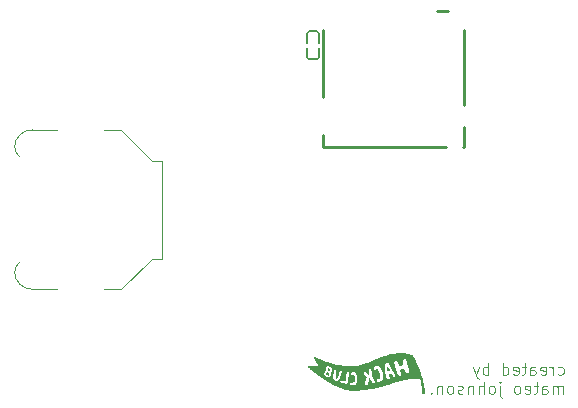
<source format=gbr>
%TF.GenerationSoftware,KiCad,Pcbnew,9.0.2*%
%TF.CreationDate,2025-11-28T15:39:44-05:00*%
%TF.ProjectId,hackathonproject,6861636b-6174-4686-9f6e-70726f6a6563,rev?*%
%TF.SameCoordinates,Original*%
%TF.FileFunction,Legend,Bot*%
%TF.FilePolarity,Positive*%
%FSLAX46Y46*%
G04 Gerber Fmt 4.6, Leading zero omitted, Abs format (unit mm)*
G04 Created by KiCad (PCBNEW 9.0.2) date 2025-11-28 15:39:44*
%MOMM*%
%LPD*%
G01*
G04 APERTURE LIST*
%ADD10C,0.100000*%
%ADD11C,0.254000*%
%ADD12C,0.120000*%
%ADD13C,0.000000*%
%ADD14C,0.152400*%
G04 APERTURE END LIST*
D10*
X186492544Y-92539856D02*
X186587782Y-92587475D01*
X186587782Y-92587475D02*
X186778258Y-92587475D01*
X186778258Y-92587475D02*
X186873496Y-92539856D01*
X186873496Y-92539856D02*
X186921115Y-92492236D01*
X186921115Y-92492236D02*
X186968734Y-92396998D01*
X186968734Y-92396998D02*
X186968734Y-92111284D01*
X186968734Y-92111284D02*
X186921115Y-92016046D01*
X186921115Y-92016046D02*
X186873496Y-91968427D01*
X186873496Y-91968427D02*
X186778258Y-91920808D01*
X186778258Y-91920808D02*
X186587782Y-91920808D01*
X186587782Y-91920808D02*
X186492544Y-91968427D01*
X186063972Y-92587475D02*
X186063972Y-91920808D01*
X186063972Y-92111284D02*
X186016353Y-92016046D01*
X186016353Y-92016046D02*
X185968734Y-91968427D01*
X185968734Y-91968427D02*
X185873496Y-91920808D01*
X185873496Y-91920808D02*
X185778258Y-91920808D01*
X185063972Y-92539856D02*
X185159210Y-92587475D01*
X185159210Y-92587475D02*
X185349686Y-92587475D01*
X185349686Y-92587475D02*
X185444924Y-92539856D01*
X185444924Y-92539856D02*
X185492543Y-92444617D01*
X185492543Y-92444617D02*
X185492543Y-92063665D01*
X185492543Y-92063665D02*
X185444924Y-91968427D01*
X185444924Y-91968427D02*
X185349686Y-91920808D01*
X185349686Y-91920808D02*
X185159210Y-91920808D01*
X185159210Y-91920808D02*
X185063972Y-91968427D01*
X185063972Y-91968427D02*
X185016353Y-92063665D01*
X185016353Y-92063665D02*
X185016353Y-92158903D01*
X185016353Y-92158903D02*
X185492543Y-92254141D01*
X184159210Y-92587475D02*
X184159210Y-92063665D01*
X184159210Y-92063665D02*
X184206829Y-91968427D01*
X184206829Y-91968427D02*
X184302067Y-91920808D01*
X184302067Y-91920808D02*
X184492543Y-91920808D01*
X184492543Y-91920808D02*
X184587781Y-91968427D01*
X184159210Y-92539856D02*
X184254448Y-92587475D01*
X184254448Y-92587475D02*
X184492543Y-92587475D01*
X184492543Y-92587475D02*
X184587781Y-92539856D01*
X184587781Y-92539856D02*
X184635400Y-92444617D01*
X184635400Y-92444617D02*
X184635400Y-92349379D01*
X184635400Y-92349379D02*
X184587781Y-92254141D01*
X184587781Y-92254141D02*
X184492543Y-92206522D01*
X184492543Y-92206522D02*
X184254448Y-92206522D01*
X184254448Y-92206522D02*
X184159210Y-92158903D01*
X183825876Y-91920808D02*
X183444924Y-91920808D01*
X183683019Y-91587475D02*
X183683019Y-92444617D01*
X183683019Y-92444617D02*
X183635400Y-92539856D01*
X183635400Y-92539856D02*
X183540162Y-92587475D01*
X183540162Y-92587475D02*
X183444924Y-92587475D01*
X182730638Y-92539856D02*
X182825876Y-92587475D01*
X182825876Y-92587475D02*
X183016352Y-92587475D01*
X183016352Y-92587475D02*
X183111590Y-92539856D01*
X183111590Y-92539856D02*
X183159209Y-92444617D01*
X183159209Y-92444617D02*
X183159209Y-92063665D01*
X183159209Y-92063665D02*
X183111590Y-91968427D01*
X183111590Y-91968427D02*
X183016352Y-91920808D01*
X183016352Y-91920808D02*
X182825876Y-91920808D01*
X182825876Y-91920808D02*
X182730638Y-91968427D01*
X182730638Y-91968427D02*
X182683019Y-92063665D01*
X182683019Y-92063665D02*
X182683019Y-92158903D01*
X182683019Y-92158903D02*
X183159209Y-92254141D01*
X181825876Y-92587475D02*
X181825876Y-91587475D01*
X181825876Y-92539856D02*
X181921114Y-92587475D01*
X181921114Y-92587475D02*
X182111590Y-92587475D01*
X182111590Y-92587475D02*
X182206828Y-92539856D01*
X182206828Y-92539856D02*
X182254447Y-92492236D01*
X182254447Y-92492236D02*
X182302066Y-92396998D01*
X182302066Y-92396998D02*
X182302066Y-92111284D01*
X182302066Y-92111284D02*
X182254447Y-92016046D01*
X182254447Y-92016046D02*
X182206828Y-91968427D01*
X182206828Y-91968427D02*
X182111590Y-91920808D01*
X182111590Y-91920808D02*
X181921114Y-91920808D01*
X181921114Y-91920808D02*
X181825876Y-91968427D01*
X180587780Y-92587475D02*
X180587780Y-91587475D01*
X180587780Y-91968427D02*
X180492542Y-91920808D01*
X180492542Y-91920808D02*
X180302066Y-91920808D01*
X180302066Y-91920808D02*
X180206828Y-91968427D01*
X180206828Y-91968427D02*
X180159209Y-92016046D01*
X180159209Y-92016046D02*
X180111590Y-92111284D01*
X180111590Y-92111284D02*
X180111590Y-92396998D01*
X180111590Y-92396998D02*
X180159209Y-92492236D01*
X180159209Y-92492236D02*
X180206828Y-92539856D01*
X180206828Y-92539856D02*
X180302066Y-92587475D01*
X180302066Y-92587475D02*
X180492542Y-92587475D01*
X180492542Y-92587475D02*
X180587780Y-92539856D01*
X179778256Y-91920808D02*
X179540161Y-92587475D01*
X179302066Y-91920808D02*
X179540161Y-92587475D01*
X179540161Y-92587475D02*
X179635399Y-92825570D01*
X179635399Y-92825570D02*
X179683018Y-92873189D01*
X179683018Y-92873189D02*
X179778256Y-92920808D01*
X186921115Y-94197419D02*
X186921115Y-93530752D01*
X186921115Y-93625990D02*
X186873496Y-93578371D01*
X186873496Y-93578371D02*
X186778258Y-93530752D01*
X186778258Y-93530752D02*
X186635401Y-93530752D01*
X186635401Y-93530752D02*
X186540163Y-93578371D01*
X186540163Y-93578371D02*
X186492544Y-93673609D01*
X186492544Y-93673609D02*
X186492544Y-94197419D01*
X186492544Y-93673609D02*
X186444925Y-93578371D01*
X186444925Y-93578371D02*
X186349687Y-93530752D01*
X186349687Y-93530752D02*
X186206830Y-93530752D01*
X186206830Y-93530752D02*
X186111591Y-93578371D01*
X186111591Y-93578371D02*
X186063972Y-93673609D01*
X186063972Y-93673609D02*
X186063972Y-94197419D01*
X185159211Y-94197419D02*
X185159211Y-93673609D01*
X185159211Y-93673609D02*
X185206830Y-93578371D01*
X185206830Y-93578371D02*
X185302068Y-93530752D01*
X185302068Y-93530752D02*
X185492544Y-93530752D01*
X185492544Y-93530752D02*
X185587782Y-93578371D01*
X185159211Y-94149800D02*
X185254449Y-94197419D01*
X185254449Y-94197419D02*
X185492544Y-94197419D01*
X185492544Y-94197419D02*
X185587782Y-94149800D01*
X185587782Y-94149800D02*
X185635401Y-94054561D01*
X185635401Y-94054561D02*
X185635401Y-93959323D01*
X185635401Y-93959323D02*
X185587782Y-93864085D01*
X185587782Y-93864085D02*
X185492544Y-93816466D01*
X185492544Y-93816466D02*
X185254449Y-93816466D01*
X185254449Y-93816466D02*
X185159211Y-93768847D01*
X184825877Y-93530752D02*
X184444925Y-93530752D01*
X184683020Y-93197419D02*
X184683020Y-94054561D01*
X184683020Y-94054561D02*
X184635401Y-94149800D01*
X184635401Y-94149800D02*
X184540163Y-94197419D01*
X184540163Y-94197419D02*
X184444925Y-94197419D01*
X183730639Y-94149800D02*
X183825877Y-94197419D01*
X183825877Y-94197419D02*
X184016353Y-94197419D01*
X184016353Y-94197419D02*
X184111591Y-94149800D01*
X184111591Y-94149800D02*
X184159210Y-94054561D01*
X184159210Y-94054561D02*
X184159210Y-93673609D01*
X184159210Y-93673609D02*
X184111591Y-93578371D01*
X184111591Y-93578371D02*
X184016353Y-93530752D01*
X184016353Y-93530752D02*
X183825877Y-93530752D01*
X183825877Y-93530752D02*
X183730639Y-93578371D01*
X183730639Y-93578371D02*
X183683020Y-93673609D01*
X183683020Y-93673609D02*
X183683020Y-93768847D01*
X183683020Y-93768847D02*
X184159210Y-93864085D01*
X183111591Y-94197419D02*
X183206829Y-94149800D01*
X183206829Y-94149800D02*
X183254448Y-94102180D01*
X183254448Y-94102180D02*
X183302067Y-94006942D01*
X183302067Y-94006942D02*
X183302067Y-93721228D01*
X183302067Y-93721228D02*
X183254448Y-93625990D01*
X183254448Y-93625990D02*
X183206829Y-93578371D01*
X183206829Y-93578371D02*
X183111591Y-93530752D01*
X183111591Y-93530752D02*
X182968734Y-93530752D01*
X182968734Y-93530752D02*
X182873496Y-93578371D01*
X182873496Y-93578371D02*
X182825877Y-93625990D01*
X182825877Y-93625990D02*
X182778258Y-93721228D01*
X182778258Y-93721228D02*
X182778258Y-94006942D01*
X182778258Y-94006942D02*
X182825877Y-94102180D01*
X182825877Y-94102180D02*
X182873496Y-94149800D01*
X182873496Y-94149800D02*
X182968734Y-94197419D01*
X182968734Y-94197419D02*
X183111591Y-94197419D01*
X181587781Y-93530752D02*
X181587781Y-94387895D01*
X181587781Y-94387895D02*
X181635400Y-94483133D01*
X181635400Y-94483133D02*
X181730638Y-94530752D01*
X181730638Y-94530752D02*
X181778257Y-94530752D01*
X181587781Y-93197419D02*
X181635400Y-93245038D01*
X181635400Y-93245038D02*
X181587781Y-93292657D01*
X181587781Y-93292657D02*
X181540162Y-93245038D01*
X181540162Y-93245038D02*
X181587781Y-93197419D01*
X181587781Y-93197419D02*
X181587781Y-93292657D01*
X180968734Y-94197419D02*
X181063972Y-94149800D01*
X181063972Y-94149800D02*
X181111591Y-94102180D01*
X181111591Y-94102180D02*
X181159210Y-94006942D01*
X181159210Y-94006942D02*
X181159210Y-93721228D01*
X181159210Y-93721228D02*
X181111591Y-93625990D01*
X181111591Y-93625990D02*
X181063972Y-93578371D01*
X181063972Y-93578371D02*
X180968734Y-93530752D01*
X180968734Y-93530752D02*
X180825877Y-93530752D01*
X180825877Y-93530752D02*
X180730639Y-93578371D01*
X180730639Y-93578371D02*
X180683020Y-93625990D01*
X180683020Y-93625990D02*
X180635401Y-93721228D01*
X180635401Y-93721228D02*
X180635401Y-94006942D01*
X180635401Y-94006942D02*
X180683020Y-94102180D01*
X180683020Y-94102180D02*
X180730639Y-94149800D01*
X180730639Y-94149800D02*
X180825877Y-94197419D01*
X180825877Y-94197419D02*
X180968734Y-94197419D01*
X180206829Y-94197419D02*
X180206829Y-93197419D01*
X179778258Y-94197419D02*
X179778258Y-93673609D01*
X179778258Y-93673609D02*
X179825877Y-93578371D01*
X179825877Y-93578371D02*
X179921115Y-93530752D01*
X179921115Y-93530752D02*
X180063972Y-93530752D01*
X180063972Y-93530752D02*
X180159210Y-93578371D01*
X180159210Y-93578371D02*
X180206829Y-93625990D01*
X179302067Y-93530752D02*
X179302067Y-94197419D01*
X179302067Y-93625990D02*
X179254448Y-93578371D01*
X179254448Y-93578371D02*
X179159210Y-93530752D01*
X179159210Y-93530752D02*
X179016353Y-93530752D01*
X179016353Y-93530752D02*
X178921115Y-93578371D01*
X178921115Y-93578371D02*
X178873496Y-93673609D01*
X178873496Y-93673609D02*
X178873496Y-94197419D01*
X178444924Y-94149800D02*
X178349686Y-94197419D01*
X178349686Y-94197419D02*
X178159210Y-94197419D01*
X178159210Y-94197419D02*
X178063972Y-94149800D01*
X178063972Y-94149800D02*
X178016353Y-94054561D01*
X178016353Y-94054561D02*
X178016353Y-94006942D01*
X178016353Y-94006942D02*
X178063972Y-93911704D01*
X178063972Y-93911704D02*
X178159210Y-93864085D01*
X178159210Y-93864085D02*
X178302067Y-93864085D01*
X178302067Y-93864085D02*
X178397305Y-93816466D01*
X178397305Y-93816466D02*
X178444924Y-93721228D01*
X178444924Y-93721228D02*
X178444924Y-93673609D01*
X178444924Y-93673609D02*
X178397305Y-93578371D01*
X178397305Y-93578371D02*
X178302067Y-93530752D01*
X178302067Y-93530752D02*
X178159210Y-93530752D01*
X178159210Y-93530752D02*
X178063972Y-93578371D01*
X177444924Y-94197419D02*
X177540162Y-94149800D01*
X177540162Y-94149800D02*
X177587781Y-94102180D01*
X177587781Y-94102180D02*
X177635400Y-94006942D01*
X177635400Y-94006942D02*
X177635400Y-93721228D01*
X177635400Y-93721228D02*
X177587781Y-93625990D01*
X177587781Y-93625990D02*
X177540162Y-93578371D01*
X177540162Y-93578371D02*
X177444924Y-93530752D01*
X177444924Y-93530752D02*
X177302067Y-93530752D01*
X177302067Y-93530752D02*
X177206829Y-93578371D01*
X177206829Y-93578371D02*
X177159210Y-93625990D01*
X177159210Y-93625990D02*
X177111591Y-93721228D01*
X177111591Y-93721228D02*
X177111591Y-94006942D01*
X177111591Y-94006942D02*
X177159210Y-94102180D01*
X177159210Y-94102180D02*
X177206829Y-94149800D01*
X177206829Y-94149800D02*
X177302067Y-94197419D01*
X177302067Y-94197419D02*
X177444924Y-94197419D01*
X176683019Y-93530752D02*
X176683019Y-94197419D01*
X176683019Y-93625990D02*
X176635400Y-93578371D01*
X176635400Y-93578371D02*
X176540162Y-93530752D01*
X176540162Y-93530752D02*
X176397305Y-93530752D01*
X176397305Y-93530752D02*
X176302067Y-93578371D01*
X176302067Y-93578371D02*
X176254448Y-93673609D01*
X176254448Y-93673609D02*
X176254448Y-94197419D01*
X175778257Y-94102180D02*
X175730638Y-94149800D01*
X175730638Y-94149800D02*
X175778257Y-94197419D01*
X175778257Y-94197419D02*
X175825876Y-94149800D01*
X175825876Y-94149800D02*
X175778257Y-94102180D01*
X175778257Y-94102180D02*
X175778257Y-94197419D01*
D11*
%TO.C,Card1*%
X166575000Y-69043900D02*
X166575000Y-63406300D01*
X166575000Y-73300200D02*
X166575000Y-72256200D01*
X177018900Y-73300200D02*
X166575000Y-73300200D01*
X177218800Y-61800200D02*
X176281100Y-61800200D01*
X178575000Y-69743900D02*
X178575000Y-63406300D01*
X178575000Y-73300200D02*
X178481100Y-73300200D01*
X178575000Y-73300200D02*
X178575000Y-71606200D01*
D12*
%TO.C,BT1*%
X144080000Y-71850000D02*
X141980000Y-71850000D01*
X144080000Y-85350000D02*
X141980000Y-85350000D01*
X148080000Y-85350000D02*
X149530000Y-85350000D01*
X149530000Y-71850000D02*
X148080000Y-71850000D01*
X149530000Y-85350000D02*
X152130000Y-82750000D01*
X152130000Y-74450000D02*
X149530000Y-71850000D01*
X152130000Y-82750000D02*
X152930000Y-82750000D01*
X152930000Y-74450000D02*
X152130000Y-74450000D01*
X152930000Y-82750000D02*
X152930000Y-74450000D01*
X140480000Y-73300000D02*
G75*
G02*
X142030000Y-71850000I1500000J-50000D01*
G01*
X140495840Y-84014615D02*
G75*
G02*
X140880000Y-83100000I984161J124615D01*
G01*
X140880000Y-74100000D02*
G75*
G02*
X140495840Y-73185385I600000J790000D01*
G01*
X142030000Y-85350000D02*
G75*
G02*
X140480000Y-83900000I-50001J1499999D01*
G01*
D13*
%TO.C,G\u002A\u002A\u002A*%
G36*
X166974836Y-92386729D02*
G01*
X167022106Y-92396714D01*
X167069737Y-92413887D01*
X167113326Y-92437299D01*
X167130818Y-92448735D01*
X167105366Y-92557701D01*
X167104657Y-92560730D01*
X167092686Y-92608855D01*
X167082857Y-92641763D01*
X167074766Y-92660638D01*
X167068005Y-92666666D01*
X167061676Y-92665235D01*
X167041894Y-92657941D01*
X167013435Y-92645866D01*
X166980131Y-92630581D01*
X166956272Y-92618723D01*
X166904989Y-92587891D01*
X166869302Y-92556764D01*
X166848449Y-92524572D01*
X166841667Y-92490542D01*
X166842155Y-92480128D01*
X166852000Y-92442628D01*
X166872354Y-92411490D01*
X166900373Y-92391512D01*
X166932330Y-92384876D01*
X166974836Y-92386729D01*
G37*
G36*
X167083865Y-92052202D02*
G01*
X167114561Y-92058148D01*
X167148420Y-92066800D01*
X167181544Y-92076954D01*
X167210031Y-92087407D01*
X167229983Y-92096956D01*
X167237500Y-92104396D01*
X167234926Y-92113454D01*
X167226985Y-92134969D01*
X167214961Y-92165309D01*
X167200163Y-92201084D01*
X167196253Y-92210373D01*
X167180823Y-92246319D01*
X167169093Y-92269128D01*
X167158521Y-92280531D01*
X167146566Y-92282257D01*
X167130684Y-92276040D01*
X167108334Y-92263608D01*
X167080375Y-92246464D01*
X167036050Y-92211737D01*
X167004967Y-92175809D01*
X166988182Y-92140050D01*
X166986751Y-92105832D01*
X166990383Y-92091467D01*
X167003903Y-92066986D01*
X167026717Y-92053929D01*
X167061709Y-92050154D01*
X167083865Y-92052202D01*
G37*
G36*
X172058646Y-91887731D02*
G01*
X172067293Y-91896477D01*
X172083324Y-91916251D01*
X172105162Y-91944836D01*
X172131232Y-91980014D01*
X172159959Y-92019565D01*
X172189767Y-92061273D01*
X172219080Y-92102918D01*
X172246322Y-92142283D01*
X172269919Y-92177149D01*
X172288294Y-92205298D01*
X172299872Y-92224511D01*
X172303077Y-92232571D01*
X172302913Y-92232701D01*
X172292788Y-92235646D01*
X172269770Y-92240774D01*
X172237091Y-92247399D01*
X172197985Y-92254836D01*
X172196692Y-92255075D01*
X172156106Y-92262197D01*
X172120450Y-92267809D01*
X172093534Y-92271351D01*
X172079167Y-92272265D01*
X172074607Y-92271482D01*
X172068624Y-92267898D01*
X172063729Y-92259682D01*
X172059539Y-92244834D01*
X172055673Y-92221357D01*
X172051746Y-92187253D01*
X172047377Y-92140522D01*
X172042182Y-92079166D01*
X172042156Y-92078854D01*
X172037926Y-92011527D01*
X172037442Y-91958143D01*
X172040655Y-91919287D01*
X172047517Y-91895544D01*
X172057980Y-91887500D01*
X172058646Y-91887731D01*
G37*
G36*
X174894429Y-92440888D02*
G01*
X174940297Y-92576508D01*
X174991704Y-92744651D01*
X175045735Y-92943560D01*
X175095006Y-93149180D01*
X175138844Y-93358035D01*
X175176576Y-93566647D01*
X175207527Y-93771538D01*
X175231023Y-93969231D01*
X175246391Y-94156250D01*
X175252144Y-94250000D01*
X175109406Y-94250000D01*
X174966667Y-94250000D01*
X174966638Y-94114583D01*
X174966370Y-94072547D01*
X174962553Y-93936864D01*
X174954539Y-93790991D01*
X174942744Y-93639273D01*
X174927582Y-93486054D01*
X174909468Y-93335677D01*
X174888815Y-93192488D01*
X174866040Y-93060830D01*
X174848430Y-92968354D01*
X174784632Y-92959143D01*
X174727403Y-92951510D01*
X174633166Y-92941754D01*
X174537300Y-92935492D01*
X174438983Y-92932868D01*
X174337396Y-92934025D01*
X174231718Y-92939108D01*
X174121129Y-92948259D01*
X174004810Y-92961624D01*
X173881940Y-92979346D01*
X173751698Y-93001568D01*
X173613265Y-93028435D01*
X173465821Y-93060090D01*
X173308545Y-93096677D01*
X173140618Y-93138341D01*
X172961219Y-93185225D01*
X172860833Y-93212586D01*
X172769527Y-93237472D01*
X172564724Y-93295227D01*
X172345988Y-93358634D01*
X172112500Y-93427836D01*
X171983070Y-93466419D01*
X171834102Y-93510379D01*
X171698060Y-93549925D01*
X171573322Y-93585479D01*
X171458266Y-93617458D01*
X171351269Y-93646282D01*
X171250709Y-93672371D01*
X171154963Y-93696142D01*
X171062410Y-93718016D01*
X170971426Y-93738412D01*
X170880389Y-93757749D01*
X170787677Y-93776446D01*
X170691667Y-93794922D01*
X170524438Y-93824625D01*
X170300482Y-93858564D01*
X170074031Y-93886022D01*
X169841742Y-93907342D01*
X169600273Y-93922868D01*
X169346282Y-93932942D01*
X169302842Y-93934100D01*
X169189261Y-93936156D01*
X169088789Y-93936278D01*
X168998866Y-93934353D01*
X168916929Y-93930266D01*
X168840417Y-93923903D01*
X168766766Y-93915151D01*
X168693416Y-93903896D01*
X168514180Y-93867582D01*
X168314429Y-93814072D01*
X168108082Y-93745783D01*
X167895424Y-93662856D01*
X167676742Y-93565436D01*
X167452322Y-93453665D01*
X167222450Y-93327687D01*
X166987412Y-93187644D01*
X166937198Y-93155420D01*
X168046842Y-93155420D01*
X168051088Y-93181293D01*
X168064420Y-93207564D01*
X168084537Y-93228315D01*
X168086847Y-93229861D01*
X168112584Y-93242593D01*
X168151500Y-93257072D01*
X168200709Y-93272535D01*
X168257319Y-93288221D01*
X168318443Y-93303366D01*
X168381191Y-93317208D01*
X168442673Y-93328986D01*
X168500000Y-93337936D01*
X168519276Y-93340539D01*
X168552931Y-93345009D01*
X168576373Y-93347493D01*
X168594000Y-93347967D01*
X168610208Y-93346407D01*
X168629393Y-93342790D01*
X168655952Y-93337091D01*
X168657094Y-93336828D01*
X168665489Y-93333054D01*
X168672649Y-93325096D01*
X168678979Y-93311183D01*
X168684767Y-93289975D01*
X168879205Y-93289975D01*
X168879999Y-93334453D01*
X168895870Y-93375740D01*
X168925479Y-93412529D01*
X168967485Y-93443513D01*
X169020550Y-93467383D01*
X169083334Y-93482833D01*
X169094477Y-93484597D01*
X169127280Y-93489015D01*
X169152445Y-93490175D01*
X169176815Y-93488068D01*
X169207236Y-93482686D01*
X169265143Y-93464655D01*
X169323542Y-93430456D01*
X169374953Y-93382096D01*
X169418870Y-93320302D01*
X169454786Y-93245802D01*
X169482197Y-93159321D01*
X169500594Y-93061585D01*
X169505122Y-93013715D01*
X169507486Y-92952281D01*
X169507291Y-92885761D01*
X169504708Y-92818487D01*
X169499911Y-92754795D01*
X169493073Y-92699015D01*
X169484367Y-92655483D01*
X169468098Y-92602132D01*
X169437350Y-92530710D01*
X169399283Y-92472722D01*
X169352942Y-92426824D01*
X169297374Y-92391669D01*
X169265766Y-92378402D01*
X169262939Y-92377827D01*
X170041667Y-92377827D01*
X170042528Y-92395289D01*
X170047877Y-92423246D01*
X170059022Y-92452989D01*
X170077002Y-92486143D01*
X170102854Y-92524334D01*
X170137616Y-92569188D01*
X170182326Y-92622332D01*
X170238023Y-92685390D01*
X170325888Y-92783281D01*
X170304381Y-92811478D01*
X170304210Y-92811704D01*
X170292903Y-92830729D01*
X170278115Y-92861272D01*
X170261743Y-92899166D01*
X170245687Y-92940248D01*
X170241417Y-92952281D01*
X170222447Y-93005738D01*
X170192811Y-93101597D01*
X170173170Y-93184940D01*
X170163504Y-93256260D01*
X170163790Y-93316047D01*
X170174008Y-93364796D01*
X170194135Y-93402996D01*
X170224150Y-93431140D01*
X170226433Y-93432629D01*
X170261274Y-93447314D01*
X170298313Y-93447136D01*
X170340265Y-93432118D01*
X170355566Y-93423722D01*
X170378394Y-93405928D01*
X170396164Y-93382448D01*
X170410278Y-93350539D01*
X170422139Y-93307457D01*
X170433148Y-93250461D01*
X170435452Y-93237193D01*
X170443856Y-93191266D01*
X170454157Y-93137558D01*
X170465540Y-93080100D01*
X170477188Y-93022919D01*
X170488283Y-92970045D01*
X170498008Y-92925507D01*
X170505548Y-92893334D01*
X170506537Y-92889728D01*
X170512310Y-92879814D01*
X170524616Y-92876106D01*
X170548440Y-92876667D01*
X170586530Y-92879166D01*
X170616482Y-92958333D01*
X170638108Y-93012622D01*
X170662168Y-93064204D01*
X170687729Y-93107968D01*
X170717492Y-93148459D01*
X170754156Y-93190223D01*
X170779748Y-93216017D01*
X170826058Y-93254300D01*
X170869508Y-93279389D01*
X170908949Y-93290857D01*
X170943233Y-93288274D01*
X170971213Y-93271212D01*
X170978792Y-93262680D01*
X170988883Y-93241889D01*
X170991667Y-93212586D01*
X170991473Y-93206150D01*
X170989202Y-93190076D01*
X170983636Y-93170617D01*
X170973846Y-93145518D01*
X170958906Y-93112527D01*
X170937886Y-93069388D01*
X170909859Y-93013846D01*
X170881104Y-92956278D01*
X170838999Y-92865678D01*
X170805249Y-92782349D01*
X170778801Y-92702466D01*
X170758606Y-92622203D01*
X170743613Y-92537735D01*
X170732771Y-92445236D01*
X170725029Y-92340882D01*
X170722862Y-92306978D01*
X170716304Y-92231929D01*
X170707946Y-92171578D01*
X170697431Y-92124552D01*
X170684401Y-92089473D01*
X170676611Y-92077469D01*
X170916667Y-92077469D01*
X170916684Y-92085677D01*
X170917639Y-92113939D01*
X170921424Y-92132507D01*
X170929918Y-92147074D01*
X170945000Y-92163333D01*
X170958694Y-92175326D01*
X170988508Y-92189667D01*
X171019821Y-92188435D01*
X171053608Y-92171467D01*
X171090845Y-92138596D01*
X171099812Y-92130059D01*
X171122824Y-92113045D01*
X171142900Y-92103895D01*
X171144219Y-92103616D01*
X171181677Y-92104258D01*
X171219242Y-92121034D01*
X171256520Y-92153436D01*
X171293118Y-92200958D01*
X171328643Y-92263091D01*
X171362702Y-92339330D01*
X171394903Y-92429166D01*
X171400539Y-92446708D01*
X171416234Y-92497391D01*
X171427329Y-92538061D01*
X171434612Y-92573100D01*
X171438870Y-92606891D01*
X171440892Y-92643817D01*
X171441463Y-92688258D01*
X171439563Y-92748281D01*
X171430933Y-92810484D01*
X171414507Y-92859445D01*
X171389379Y-92896409D01*
X171354642Y-92922623D01*
X171309389Y-92939334D01*
X171252715Y-92947788D01*
X171227270Y-92950486D01*
X171193523Y-92959037D01*
X171172379Y-92974250D01*
X171161446Y-92998293D01*
X171158334Y-93033333D01*
X171158353Y-93035802D01*
X171164593Y-93073928D01*
X171183040Y-93106583D01*
X171215180Y-93135615D01*
X171262500Y-93162874D01*
X171274978Y-93168675D01*
X171302351Y-93178258D01*
X171329667Y-93181625D01*
X171362210Y-93179072D01*
X171405263Y-93170895D01*
X171456069Y-93156498D01*
X171520069Y-93125898D01*
X171573834Y-93083200D01*
X171617684Y-93027973D01*
X171651938Y-92959786D01*
X171676916Y-92878207D01*
X171692938Y-92782804D01*
X171697323Y-92724286D01*
X171695566Y-92621794D01*
X171683197Y-92515844D01*
X171661095Y-92409225D01*
X171630136Y-92304722D01*
X171591196Y-92205125D01*
X171545154Y-92113220D01*
X171492884Y-92031796D01*
X171446332Y-91976730D01*
X171844173Y-91976730D01*
X171849694Y-92099440D01*
X171855612Y-92168678D01*
X171865334Y-92255937D01*
X171877470Y-92345308D01*
X171891567Y-92434449D01*
X171907169Y-92521019D01*
X171923825Y-92602676D01*
X171941079Y-92677077D01*
X171953754Y-92724286D01*
X171958478Y-92741882D01*
X171975569Y-92794747D01*
X171991897Y-92833333D01*
X172004094Y-92852740D01*
X172031714Y-92885172D01*
X172064343Y-92914800D01*
X172095834Y-92935578D01*
X172116873Y-92944753D01*
X172159532Y-92954177D01*
X172196151Y-92948589D01*
X172226048Y-92928031D01*
X172227607Y-92926315D01*
X172239392Y-92907105D01*
X172245002Y-92881960D01*
X172244256Y-92849049D01*
X172236973Y-92806542D01*
X172222972Y-92752608D01*
X172202073Y-92685416D01*
X172192704Y-92656762D01*
X172180018Y-92617656D01*
X172170017Y-92586440D01*
X172163545Y-92565759D01*
X172161449Y-92558260D01*
X172161612Y-92558243D01*
X172171521Y-92557088D01*
X172194443Y-92554385D01*
X172227213Y-92550509D01*
X172266667Y-92545833D01*
X172306577Y-92541034D01*
X172347473Y-92536471D01*
X172376783Y-92534753D01*
X172397375Y-92536675D01*
X172412119Y-92543035D01*
X172423883Y-92554629D01*
X172435537Y-92572253D01*
X172449950Y-92596703D01*
X172457575Y-92609036D01*
X172488309Y-92652038D01*
X172522820Y-92692081D01*
X172558169Y-92726247D01*
X172591419Y-92751616D01*
X172619630Y-92765270D01*
X172624912Y-92766603D01*
X172661456Y-92768388D01*
X172691733Y-92756788D01*
X172712754Y-92732843D01*
X172721493Y-92710131D01*
X172724367Y-92678010D01*
X172717218Y-92640760D01*
X172699543Y-92596078D01*
X172670838Y-92541666D01*
X172663091Y-92528024D01*
X172642623Y-92491433D01*
X172616054Y-92443449D01*
X172584567Y-92386246D01*
X172549345Y-92321996D01*
X172511572Y-92252872D01*
X172472431Y-92181047D01*
X172433106Y-92108694D01*
X172394779Y-92037985D01*
X172358634Y-91971094D01*
X172325855Y-91910194D01*
X172297625Y-91857456D01*
X172275126Y-91815055D01*
X172259174Y-91785094D01*
X172224420Y-91722751D01*
X172193984Y-91673282D01*
X172166488Y-91634865D01*
X172140555Y-91605683D01*
X172114807Y-91583914D01*
X172087866Y-91567741D01*
X172048612Y-91553020D01*
X172015652Y-91548189D01*
X172642620Y-91548189D01*
X172649957Y-91606951D01*
X172659586Y-91649158D01*
X172678752Y-91729450D01*
X172699289Y-91810381D01*
X172721899Y-91894461D01*
X172747282Y-91984202D01*
X172776142Y-92082115D01*
X172809179Y-92190710D01*
X172847094Y-92312500D01*
X172866179Y-92372337D01*
X172889515Y-92441658D01*
X172910504Y-92497927D01*
X172930154Y-92542938D01*
X172949477Y-92578486D01*
X172969480Y-92606366D01*
X172991175Y-92628371D01*
X173015570Y-92646298D01*
X173043675Y-92661939D01*
X173055330Y-92667464D01*
X173087578Y-92678010D01*
X173095935Y-92680743D01*
X173130799Y-92680744D01*
X173163165Y-92667621D01*
X173164155Y-92667011D01*
X173182040Y-92653249D01*
X173195000Y-92636048D01*
X173203091Y-92613610D01*
X173206365Y-92584133D01*
X173204877Y-92545820D01*
X173198680Y-92496870D01*
X173187828Y-92435485D01*
X173172376Y-92359865D01*
X173164056Y-92320065D01*
X173155142Y-92275616D01*
X173148078Y-92238322D01*
X173143436Y-92211224D01*
X173141789Y-92197365D01*
X173142560Y-92192546D01*
X173147188Y-92185682D01*
X173157723Y-92178019D01*
X173176120Y-92168587D01*
X173204335Y-92156418D01*
X173244323Y-92140545D01*
X173298039Y-92120000D01*
X173454167Y-92060834D01*
X173513493Y-92174167D01*
X173519755Y-92186108D01*
X173551135Y-92245036D01*
X173577040Y-92291490D01*
X173598950Y-92327635D01*
X173618341Y-92355636D01*
X173636692Y-92377656D01*
X173655482Y-92395862D01*
X173676189Y-92412418D01*
X173702868Y-92430723D01*
X173751455Y-92454945D01*
X173795745Y-92463844D01*
X173836607Y-92457666D01*
X173860099Y-92446869D01*
X173880222Y-92428375D01*
X173892397Y-92401501D01*
X173897679Y-92363719D01*
X173897122Y-92312500D01*
X173896661Y-92304519D01*
X173893721Y-92272026D01*
X173888564Y-92240755D01*
X173880205Y-92206528D01*
X173867657Y-92165169D01*
X173849935Y-92112500D01*
X173843469Y-92093596D01*
X173801587Y-91961949D01*
X173761367Y-91820021D01*
X173724304Y-91673350D01*
X173691894Y-91527472D01*
X173685240Y-91495228D01*
X173673304Y-91438226D01*
X173663638Y-91394366D01*
X173655548Y-91361481D01*
X173648341Y-91337403D01*
X173641319Y-91319966D01*
X173633790Y-91307000D01*
X173625057Y-91296339D01*
X173614427Y-91285815D01*
X173578064Y-91257289D01*
X173541832Y-91242881D01*
X173505185Y-91243853D01*
X173465833Y-91259803D01*
X173434330Y-91284127D01*
X173401903Y-91326449D01*
X173375012Y-91382339D01*
X173354288Y-91450439D01*
X173340364Y-91529390D01*
X173339049Y-91540333D01*
X173335399Y-91579039D01*
X173335094Y-91610226D01*
X173338383Y-91641078D01*
X173345512Y-91678778D01*
X173348026Y-91691271D01*
X173353445Y-91723258D01*
X173356217Y-91748126D01*
X173355774Y-91761317D01*
X173349279Y-91767030D01*
X173327803Y-91778661D01*
X173292492Y-91794843D01*
X173244421Y-91815111D01*
X173184666Y-91838997D01*
X173114303Y-91866035D01*
X173108275Y-91868230D01*
X173097674Y-91870059D01*
X173089548Y-91864981D01*
X173080926Y-91850175D01*
X173068838Y-91822817D01*
X173058881Y-91800604D01*
X173042518Y-91765564D01*
X173021890Y-91722307D01*
X172998650Y-91674298D01*
X172974450Y-91625000D01*
X172958646Y-91593303D01*
X172933857Y-91545245D01*
X172913540Y-91508749D01*
X172896240Y-91481420D01*
X172880500Y-91460864D01*
X172864865Y-91444685D01*
X172841133Y-91425402D01*
X172802983Y-91406423D01*
X172764246Y-91403103D01*
X172722710Y-91414978D01*
X172700838Y-91426819D01*
X172668264Y-91457586D01*
X172648790Y-91498222D01*
X172642620Y-91548189D01*
X172015652Y-91548189D01*
X172008693Y-91547169D01*
X171973756Y-91551001D01*
X171948024Y-91564609D01*
X171932470Y-91580953D01*
X171899284Y-91631465D01*
X171873883Y-91696181D01*
X171856245Y-91775219D01*
X171846349Y-91868696D01*
X171844173Y-91976730D01*
X171446332Y-91976730D01*
X171435265Y-91963639D01*
X171423394Y-91952030D01*
X171365275Y-91905925D01*
X171302655Y-91874253D01*
X171232956Y-91855974D01*
X171153596Y-91850048D01*
X171142216Y-91850251D01*
X171079550Y-91859803D01*
X171024913Y-91882603D01*
X170979806Y-91917209D01*
X170945729Y-91962183D01*
X170924183Y-92016083D01*
X170916667Y-92077469D01*
X170676611Y-92077469D01*
X170668499Y-92064968D01*
X170649368Y-92049661D01*
X170623524Y-92042571D01*
X170590165Y-92043867D01*
X170558756Y-92053948D01*
X170535828Y-92069987D01*
X170525449Y-92080623D01*
X170507422Y-92099096D01*
X170483153Y-92132970D01*
X170468005Y-92165487D01*
X170465720Y-92174649D01*
X170460994Y-92210604D01*
X170458871Y-92258408D01*
X170459282Y-92314655D01*
X170462155Y-92375939D01*
X170467418Y-92438856D01*
X170475000Y-92500000D01*
X170476752Y-92511896D01*
X170482580Y-92551768D01*
X170487300Y-92584500D01*
X170490465Y-92606977D01*
X170491629Y-92616083D01*
X170488463Y-92613939D01*
X170477192Y-92602203D01*
X170460562Y-92583327D01*
X170438258Y-92559644D01*
X170405918Y-92528550D01*
X170366965Y-92493087D01*
X170324497Y-92455919D01*
X170281609Y-92419705D01*
X170241399Y-92387107D01*
X170206963Y-92360787D01*
X170181397Y-92343406D01*
X170161049Y-92331937D01*
X170118403Y-92313908D01*
X170085017Y-92309513D01*
X170061017Y-92318722D01*
X170046525Y-92341503D01*
X170041667Y-92377827D01*
X169262939Y-92377827D01*
X169207670Y-92366586D01*
X169151090Y-92370569D01*
X169097907Y-92389824D01*
X169050002Y-92423828D01*
X169017428Y-92462383D01*
X169009256Y-92472055D01*
X169003727Y-92480831D01*
X168984247Y-92523760D01*
X168977287Y-92564892D01*
X168983576Y-92600583D01*
X168988349Y-92609786D01*
X169008160Y-92627001D01*
X169035927Y-92631068D01*
X169069974Y-92621995D01*
X169108623Y-92599793D01*
X169123385Y-92590572D01*
X169161332Y-92578028D01*
X169198358Y-92580633D01*
X169233191Y-92597308D01*
X169264559Y-92626977D01*
X169291189Y-92668563D01*
X169311811Y-92720988D01*
X169325151Y-92783175D01*
X169329113Y-92845190D01*
X169325876Y-92915147D01*
X169316064Y-92986016D01*
X169300317Y-93050895D01*
X169292448Y-93073746D01*
X169270587Y-93123260D01*
X169244238Y-93169431D01*
X169216031Y-93207935D01*
X169188600Y-93234448D01*
X169178429Y-93241522D01*
X169147678Y-93257519D01*
X169115899Y-93263958D01*
X169078605Y-93261279D01*
X169031308Y-93249926D01*
X169016589Y-93245812D01*
X168968068Y-93235202D01*
X168931866Y-93233376D01*
X168906284Y-93240722D01*
X168889624Y-93257629D01*
X168880187Y-93284485D01*
X168879205Y-93289975D01*
X168684767Y-93289975D01*
X168684885Y-93289543D01*
X168690772Y-93258403D01*
X168697044Y-93215990D01*
X168704106Y-93160533D01*
X168712364Y-93090258D01*
X168719078Y-93033420D01*
X168727767Y-92963094D01*
X168736889Y-92892044D01*
X168745701Y-92826036D01*
X168753463Y-92770833D01*
X168760888Y-92719236D01*
X168772205Y-92635785D01*
X168780420Y-92566233D01*
X168785520Y-92508968D01*
X168787492Y-92462383D01*
X168786324Y-92424868D01*
X168782002Y-92394814D01*
X168774515Y-92370611D01*
X168763848Y-92350650D01*
X168749990Y-92333321D01*
X168734814Y-92319754D01*
X168707271Y-92308243D01*
X168701391Y-92309340D01*
X168680100Y-92313312D01*
X168654088Y-92334946D01*
X168646885Y-92343767D01*
X168635148Y-92360457D01*
X168625470Y-92379207D01*
X168616425Y-92403570D01*
X168606589Y-92437095D01*
X168594536Y-92483333D01*
X168587374Y-92512453D01*
X168575711Y-92565400D01*
X168565947Y-92619018D01*
X168557648Y-92676504D01*
X168550376Y-92741058D01*
X168543696Y-92815880D01*
X168537173Y-92904166D01*
X168535180Y-92932475D01*
X168531058Y-92986973D01*
X168526995Y-93035797D01*
X168523239Y-93076209D01*
X168520037Y-93105468D01*
X168517636Y-93120833D01*
X168511247Y-93145833D01*
X168432707Y-93145020D01*
X168417625Y-93144695D01*
X168343653Y-93138003D01*
X168263917Y-93122103D01*
X168234054Y-93115149D01*
X168196130Y-93107320D01*
X168164830Y-93101977D01*
X168144899Y-93100000D01*
X168128993Y-93101045D01*
X168095802Y-93109158D01*
X168067708Y-93123230D01*
X168050480Y-93140770D01*
X168046842Y-93155420D01*
X166937198Y-93155420D01*
X166747495Y-93033680D01*
X166502984Y-92865938D01*
X166254167Y-92684561D01*
X166229878Y-92666279D01*
X166151033Y-92606098D01*
X166070030Y-92543104D01*
X166036823Y-92516852D01*
X166700473Y-92516852D01*
X166702203Y-92542443D01*
X166708162Y-92564280D01*
X166719463Y-92588962D01*
X166722948Y-92595527D01*
X166757048Y-92642723D01*
X166805229Y-92688373D01*
X166865223Y-92730840D01*
X166934761Y-92768489D01*
X167011576Y-92799681D01*
X167042491Y-92808641D01*
X167083550Y-92816772D01*
X167123452Y-92821264D01*
X167157300Y-92821606D01*
X167180200Y-92817288D01*
X167193743Y-92805362D01*
X167203858Y-92777740D01*
X167207613Y-92760799D01*
X167208195Y-92758535D01*
X167458972Y-92758535D01*
X167459373Y-92793117D01*
X167461790Y-92821425D01*
X167466570Y-92848077D01*
X167474058Y-92877693D01*
X167479305Y-92895928D01*
X167503397Y-92961154D01*
X167532128Y-93011544D01*
X167566276Y-93048243D01*
X167606620Y-93072395D01*
X167610100Y-93073799D01*
X167659989Y-93085924D01*
X167717631Y-93088048D01*
X167778286Y-93080714D01*
X167837213Y-93064469D01*
X167889671Y-93039856D01*
X167919453Y-93020328D01*
X167946581Y-92998040D01*
X167970602Y-92972036D01*
X167992467Y-92940519D01*
X168013127Y-92901696D01*
X168033533Y-92853770D01*
X168054635Y-92794945D01*
X168077384Y-92723427D01*
X168102729Y-92637420D01*
X168109846Y-92612569D01*
X168132239Y-92532935D01*
X168149925Y-92467097D01*
X168163225Y-92413435D01*
X168172458Y-92370334D01*
X168177944Y-92336174D01*
X168180002Y-92309340D01*
X168178952Y-92288213D01*
X168175114Y-92271177D01*
X168165059Y-92249000D01*
X168142111Y-92223406D01*
X168113450Y-92210851D01*
X168082217Y-92212404D01*
X168051557Y-92229135D01*
X168050402Y-92230116D01*
X168039940Y-92240183D01*
X168030500Y-92252401D01*
X168021471Y-92268528D01*
X168012245Y-92290323D01*
X168002214Y-92319542D01*
X167990767Y-92357945D01*
X167977297Y-92407289D01*
X167961193Y-92469332D01*
X167941848Y-92545833D01*
X167930420Y-92591086D01*
X167911186Y-92665541D01*
X167894735Y-92726238D01*
X167880506Y-92774819D01*
X167867936Y-92812928D01*
X167856466Y-92842206D01*
X167845533Y-92864297D01*
X167834577Y-92880842D01*
X167823036Y-92893484D01*
X167801285Y-92909843D01*
X167766545Y-92922193D01*
X167732693Y-92919506D01*
X167702607Y-92902235D01*
X167679167Y-92870833D01*
X167672781Y-92856355D01*
X167667671Y-92838029D01*
X167664774Y-92814697D01*
X167663645Y-92782481D01*
X167663836Y-92737500D01*
X167665753Y-92687060D01*
X167673234Y-92601181D01*
X167685453Y-92509935D01*
X167701545Y-92419435D01*
X167720648Y-92335792D01*
X167724142Y-92322052D01*
X167736210Y-92265535D01*
X167740846Y-92220963D01*
X167737900Y-92185812D01*
X167727224Y-92157555D01*
X167708667Y-92133666D01*
X167699972Y-92126484D01*
X167673726Y-92117828D01*
X167644295Y-92123312D01*
X167613656Y-92141889D01*
X167583786Y-92172513D01*
X167556662Y-92214137D01*
X167541557Y-92249255D01*
X167525961Y-92298248D01*
X167510679Y-92357623D01*
X167496335Y-92424230D01*
X167483549Y-92494921D01*
X167472943Y-92566545D01*
X167465139Y-92635955D01*
X167460758Y-92700000D01*
X167460242Y-92713062D01*
X167458972Y-92758535D01*
X167208195Y-92758535D01*
X167216587Y-92725890D01*
X167229752Y-92677937D01*
X167246643Y-92618554D01*
X167266792Y-92549353D01*
X167289735Y-92471948D01*
X167315006Y-92387950D01*
X167342138Y-92298972D01*
X167351569Y-92267844D01*
X167367120Y-92214634D01*
X167380445Y-92166641D01*
X167390838Y-92126530D01*
X167397592Y-92096969D01*
X167400000Y-92080623D01*
X167399996Y-92079856D01*
X167395099Y-92055999D01*
X167380001Y-92032527D01*
X167353267Y-92008122D01*
X167313464Y-91981469D01*
X167259160Y-91951250D01*
X167175416Y-91911398D01*
X167100183Y-91884059D01*
X167034718Y-91869847D01*
X166979130Y-91868777D01*
X166933525Y-91880863D01*
X166898012Y-91906117D01*
X166878968Y-91929483D01*
X166854034Y-91979538D01*
X166842807Y-92036739D01*
X166845544Y-92099215D01*
X166862500Y-92165094D01*
X166863934Y-92169079D01*
X166873762Y-92196971D01*
X166880703Y-92217674D01*
X166883334Y-92226959D01*
X166881311Y-92229069D01*
X166868002Y-92236141D01*
X166846364Y-92245188D01*
X166840879Y-92247412D01*
X166798284Y-92274155D01*
X166761355Y-92313969D01*
X166731806Y-92364032D01*
X166711350Y-92421518D01*
X166701703Y-92483604D01*
X166700473Y-92516852D01*
X166036823Y-92516852D01*
X165987889Y-92478166D01*
X165905630Y-92412156D01*
X165824273Y-92345944D01*
X165744838Y-92280401D01*
X165668345Y-92216399D01*
X165595815Y-92154808D01*
X165528267Y-92096499D01*
X165466721Y-92042342D01*
X165412198Y-91993210D01*
X165365717Y-91949972D01*
X165328299Y-91913499D01*
X165300963Y-91884663D01*
X165284730Y-91864335D01*
X165280620Y-91853384D01*
X165282009Y-91851757D01*
X165287974Y-91849421D01*
X165299590Y-91847462D01*
X165318081Y-91845850D01*
X165344671Y-91844554D01*
X165380583Y-91843542D01*
X165427041Y-91842784D01*
X165485270Y-91842249D01*
X165556494Y-91841904D01*
X165641936Y-91841721D01*
X165742820Y-91841666D01*
X165825327Y-91841621D01*
X165915865Y-91841421D01*
X165991719Y-91841037D01*
X166053996Y-91840445D01*
X166103804Y-91839618D01*
X166142251Y-91838532D01*
X166170445Y-91837160D01*
X166189493Y-91835478D01*
X166200504Y-91833460D01*
X166204585Y-91831081D01*
X166204056Y-91828304D01*
X166197588Y-91812317D01*
X166184461Y-91783629D01*
X166165362Y-91743636D01*
X166140978Y-91693739D01*
X166111996Y-91635337D01*
X166079101Y-91569827D01*
X166042982Y-91498610D01*
X166004324Y-91423084D01*
X165985316Y-91386057D01*
X165947622Y-91312281D01*
X165912673Y-91243422D01*
X165881174Y-91180891D01*
X165853825Y-91126100D01*
X165831331Y-91080460D01*
X165814394Y-91045385D01*
X165803716Y-91022286D01*
X165800000Y-91012574D01*
X165800302Y-91007938D01*
X165805585Y-90998526D01*
X165818565Y-90997255D01*
X165840689Y-91004539D01*
X165873403Y-91020791D01*
X165918153Y-91046427D01*
X165978600Y-91081469D01*
X166104937Y-91150084D01*
X166242885Y-91219698D01*
X166389324Y-91288902D01*
X166541130Y-91356288D01*
X166695183Y-91420447D01*
X166848361Y-91479971D01*
X166997541Y-91533451D01*
X167240208Y-91611294D01*
X167531148Y-91690878D01*
X167819653Y-91754725D01*
X168105441Y-91802827D01*
X168388227Y-91835177D01*
X168667729Y-91851768D01*
X168943663Y-91852592D01*
X169215746Y-91837642D01*
X169483693Y-91806909D01*
X169747223Y-91760387D01*
X170006051Y-91698068D01*
X170259893Y-91619944D01*
X170297539Y-91606959D01*
X170353323Y-91587220D01*
X170405286Y-91568023D01*
X170456119Y-91548259D01*
X170508512Y-91526814D01*
X170565156Y-91502578D01*
X170628742Y-91474440D01*
X170701960Y-91441287D01*
X170787500Y-91402009D01*
X170867781Y-91365284D01*
X171096369Y-91264359D01*
X171314566Y-91173814D01*
X171523946Y-91093169D01*
X171726084Y-91021945D01*
X171922554Y-90959660D01*
X172114931Y-90905834D01*
X172304790Y-90859989D01*
X172493705Y-90821643D01*
X172683250Y-90790317D01*
X172875000Y-90765530D01*
X172906662Y-90762566D01*
X172967469Y-90758865D01*
X173038700Y-90756328D01*
X173116971Y-90754936D01*
X173198901Y-90754669D01*
X173281107Y-90755506D01*
X173360206Y-90757428D01*
X173432816Y-90760414D01*
X173495555Y-90764445D01*
X173545039Y-90769500D01*
X173571242Y-90773140D01*
X173679337Y-90791201D01*
X173784614Y-90813480D01*
X173883614Y-90839101D01*
X173972881Y-90867191D01*
X174048954Y-90896876D01*
X174068890Y-90905569D01*
X174087948Y-90913577D01*
X174096317Y-90916666D01*
X174098810Y-90910376D01*
X174101530Y-90893750D01*
X174104169Y-90881239D01*
X174113270Y-90872031D01*
X174133594Y-90868355D01*
X174147094Y-90868128D01*
X174161074Y-90871441D01*
X174174705Y-90880347D01*
X174189614Y-90896676D01*
X174207427Y-90922255D01*
X174229772Y-90958913D01*
X174258276Y-91008479D01*
X174309424Y-91101328D01*
X174376027Y-91229238D01*
X174444895Y-91368506D01*
X174514884Y-91516508D01*
X174584853Y-91670618D01*
X174653660Y-91828210D01*
X174720163Y-91986658D01*
X174783221Y-92143338D01*
X174841690Y-92295623D01*
X174866413Y-92363719D01*
X174894429Y-92440888D01*
G37*
D14*
%TO.C,C1*%
X165251400Y-63678800D02*
X165251400Y-64468900D01*
X165251400Y-65711400D02*
X165251400Y-64921300D01*
X166096200Y-63526400D02*
X165403800Y-63526400D01*
X166096200Y-65863800D02*
X165403800Y-65863800D01*
X166248600Y-64468900D02*
X166248600Y-63678800D01*
X166248600Y-64921300D02*
X166248600Y-65711400D01*
X165251400Y-63678800D02*
G75*
G02*
X165403800Y-63526400I152400J0D01*
G01*
X165403800Y-65863800D02*
G75*
G02*
X165251400Y-65711400I0J152400D01*
G01*
X166096200Y-63526400D02*
G75*
G02*
X166248600Y-63678800I0J-152400D01*
G01*
X166248600Y-65711400D02*
G75*
G02*
X166096200Y-65863800I-152400J0D01*
G01*
%TD*%
M02*

</source>
